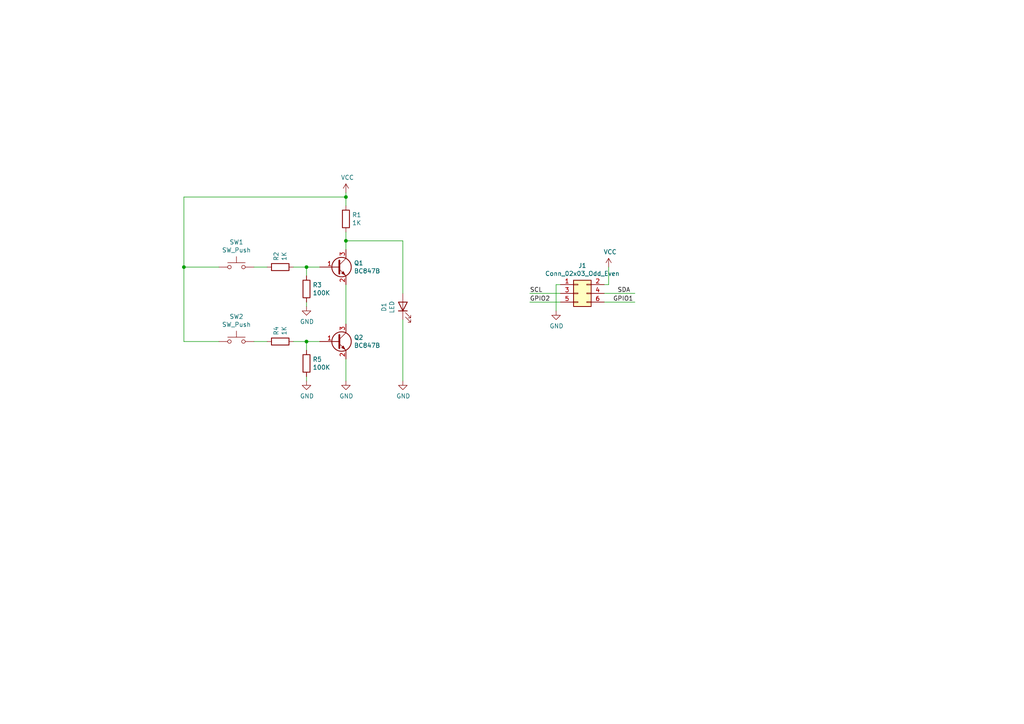
<source format=kicad_sch>
(kicad_sch (version 20230121) (generator eeschema)
  (paper "A4")
  (lib_symbols
    (symbol "Connector_Generic:Conn_02x03_Odd_Even" (pin_names (offset 1.016) hide)
      (property "Reference" "J" (at 1.27 5.08 0))
      (property "Value" "Conn_02x03_Odd_Even" (at 1.27 -5.08 0))
      (symbol "Conn_02x03_Odd_Even_1_1"
        (rectangle (start -1.27 -2.413) (end 0 -2.667) (stroke (width 0.1524)))
        (rectangle (start -1.27 0.127) (end 0 -0.127) (stroke (width 0.1524)))
        (rectangle (start -1.27 2.667) (end 0 2.413) (stroke (width 0.1524)))
        (rectangle (start -1.27 3.81) (end 3.81 -3.81) (stroke (width 0.254)) (fill (type background)))
        (rectangle (start 3.81 -2.413) (end 2.54 -2.667) (stroke (width 0.1524)))
        (rectangle (start 3.81 0.127) (end 2.54 -0.127) (stroke (width 0.1524)))
        (rectangle (start 3.81 2.667) (end 2.54 2.413) (stroke (width 0.1524)))
        (pin passive line (at -5.08 2.54 0) (length 3.81) (name "Pin_1") (number "1"))
        (pin passive line (at 7.62 2.54 180) (length 3.81) (name "Pin_2") (number "2"))
        (pin passive line (at -5.08 0 0) (length 3.81) (name "Pin_3") (number "3"))
        (pin passive line (at 7.62 0 180) (length 3.81) (name "Pin_4") (number "4"))
        (pin passive line (at -5.08 -2.54 0) (length 3.81) (name "Pin_5") (number "5"))
        (pin passive line (at 7.62 -2.54 180) (length 3.81) (name "Pin_6") (number "6"))
      )
    )
    (symbol "Device:LED" (pin_numbers hide) (pin_names (offset 1.016) hide)
      (property "Reference" "D" (at 0 2.54 0))
      (property "Value" "LED" (at 0 -2.54 0))
      (symbol "LED_0_1"
        (polyline (pts (xy -1.27 -1.27) (xy -1.27 1.27)) (stroke (width 0.254)))
        (polyline (pts (xy -1.27 0) (xy 1.27 0)))
        (polyline (pts (xy 1.27 -1.27) (xy 1.27 1.27) (xy -1.27 0) (xy 1.27 -1.27)) (stroke (width 0.254)))
        (polyline (pts (xy -3.048 -0.762) (xy -4.572 -2.286) (xy -3.81 -2.286) (xy -4.572 -2.286) (xy -4.572 -1.524)))
        (polyline (pts (xy -1.778 -0.762) (xy -3.302 -2.286) (xy -2.54 -2.286) (xy -3.302 -2.286) (xy -3.302 -1.524)))
      )
      (symbol "LED_1_1"
        (pin passive line (at -3.81 0 0) (length 2.54) (name "K") (number "1"))
        (pin passive line (at 3.81 0 180) (length 2.54) (name "A") (number "2"))
      )
    )
    (symbol "Device:R" (pin_numbers hide) (pin_names (offset 0))
      (property "Reference" "R" (at 2.032 0 90))
      (property "Value" "R" (at 0 0 90))
      (symbol "R_0_1"
        (rectangle (start -1.016 -2.54) (end 1.016 2.54) (stroke (width 0.254)))
      )
      (symbol "R_1_1"
        (pin passive line (at 0 3.81 270) (length 1.27) (name "~") (number "1"))
        (pin passive line (at 0 -3.81 90) (length 1.27) (name "~") (number "2"))
      )
    )
    (symbol "Switch:SW_Push" (pin_numbers hide) (pin_names (offset 1.016) hide)
      (property "Reference" "SW" (at 1.27 2.54 0))
      (property "Value" "SW_Push" (at 0 -1.524 0))
      (symbol "SW_Push_0_1"
        (circle (center -2.032 0) (radius 0.508))
        (polyline (pts (xy 0 1.27) (xy 0 3.048)))
        (polyline (pts (xy 2.54 1.27) (xy -2.54 1.27)))
        (circle (center 2.032 0) (radius 0.508))
        (pin passive line (at -5.08 0 0) (length 2.54) (name "1") (number "1"))
        (pin passive line (at 5.08 0 180) (length 2.54) (name "2") (number "2"))
      )
    )
    (symbol "Transistor_BJT:BC847" (pin_names (offset 0) hide)
      (property "Reference" "Q" (at 5.08 1.905 0))
      (property "Value" "BC847" (at 5.08 0 0))
      (symbol "BC847_0_1"
        (polyline (pts (xy 0.635 0.635) (xy 2.54 2.54)))
        (polyline (pts (xy 0.635 -0.635) (xy 2.54 -2.54) (xy 2.54 -2.54)))
        (polyline (pts (xy 0.635 1.905) (xy 0.635 -1.905) (xy 0.635 -1.905)) (stroke (width 0.508)))
        (polyline (pts (xy 1.27 -1.778) (xy 1.778 -1.27) (xy 2.286 -2.286) (xy 1.27 -1.778) (xy 1.27 -1.778)) (fill (type outline)))
        (circle (center 1.27 0) (radius 2.8194) (stroke (width 0.254)))
      )
      (symbol "BC847_1_1"
        (pin input line (at -5.08 0 0) (length 5.715) (name "B") (number "1"))
        (pin passive line (at 2.54 -5.08 90) (length 2.54) (name "E") (number "2"))
        (pin passive line (at 2.54 5.08 270) (length 2.54) (name "C") (number "3"))
      )
    )
    (symbol "power:GND" (power) (pin_names (offset 0))
      (property "Value" "GND" (at 0 -3.81 0))
      (symbol "GND_0_1"
        (polyline (pts (xy 0 0) (xy 0 -1.27) (xy 1.27 -1.27) (xy 0 -2.54) (xy -1.27 -1.27) (xy 0 -1.27)))
      )
      (symbol "GND_1_1"
        (pin power_in line (at 0 0 270) (length 0) hide (name "GND") (number "1"))
      )
    )
    (symbol "power:VCC" (power) (pin_names (offset 0))
      (property "Value" "VCC" (at 0 3.81 0))
      (symbol "VCC_0_1"
        (polyline (pts (xy -0.762 1.27) (xy 0 2.54)))
        (polyline (pts (xy 0 0) (xy 0 2.54)))
        (polyline (pts (xy 0 2.54) (xy 0.762 1.27)))
      )
      (symbol "VCC_1_1"
        (pin power_in line (at 0 0 90) (length 0) hide (name "VCC") (number "1"))
      )
    )
  )
  (junction (at 100.33 69.85))
  (junction (at 53.34 77.47))
  (junction (at 100.33 57.15))
  (junction (at 88.9 99.06))
  (junction (at 88.9 77.47))
  (wire (pts (xy 92.71 77.47) (xy 88.9 77.47)))
  (wire (pts (xy 88.9 88.9) (xy 88.9 87.63)))
  (wire (pts (xy 116.84 92.71) (xy 116.84 110.49)))
  (wire (pts (xy 53.34 57.15) (xy 53.34 77.47)))
  (wire (pts (xy 100.33 82.55) (xy 100.33 93.98)))
  (wire (pts (xy 100.33 57.15) (xy 100.33 59.69)))
  (wire (pts (xy 176.53 82.55) (xy 176.53 77.47)))
  (wire (pts (xy 175.26 85.09) (xy 184.15 85.09)))
  (wire (pts (xy 53.34 99.06) (xy 53.34 77.47)))
  (wire (pts (xy 88.9 99.06) (xy 85.09 99.06)))
  (wire (pts (xy 88.9 77.47) (xy 85.09 77.47)))
  (wire (pts (xy 162.56 85.09) (xy 153.67 85.09)))
  (wire (pts (xy 162.56 87.63) (xy 153.67 87.63)))
  (wire (pts (xy 116.84 69.85) (xy 116.84 85.09)))
  (wire (pts (xy 175.26 82.55) (xy 176.53 82.55)))
  (wire (pts (xy 53.34 77.47) (xy 63.5 77.47)))
  (wire (pts (xy 161.29 90.17) (xy 161.29 82.55)))
  (wire (pts (xy 88.9 80.01) (xy 88.9 77.47)))
  (wire (pts (xy 100.33 69.85) (xy 100.33 72.39)))
  (wire (pts (xy 92.71 99.06) (xy 88.9 99.06)))
  (wire (pts (xy 100.33 55.88) (xy 100.33 57.15)))
  (wire (pts (xy 53.34 57.15) (xy 100.33 57.15)))
  (wire (pts (xy 53.34 99.06) (xy 63.5 99.06)))
  (wire (pts (xy 175.26 87.63) (xy 184.15 87.63)))
  (wire (pts (xy 100.33 104.14) (xy 100.33 110.49)))
  (wire (pts (xy 73.66 77.47) (xy 77.47 77.47)))
  (wire (pts (xy 73.66 99.06) (xy 77.47 99.06)))
  (wire (pts (xy 161.29 82.55) (xy 162.56 82.55)))
  (wire (pts (xy 100.33 69.85) (xy 116.84 69.85)))
  (wire (pts (xy 100.33 67.31) (xy 100.33 69.85)))
  (wire (pts (xy 88.9 101.6) (xy 88.9 99.06)))
  (wire (pts (xy 88.9 110.49) (xy 88.9 109.22)))
  (label "GPIO2" (at 153.67 87.63 0))
  (label "SDA" (at 179.07 85.09 0))
  (label "SCL" (at 153.67 85.09 0))
  (label "GPIO1" (at 177.8 87.63 0))
  (symbol (lib_id "Transistor_BJT:BC847") (at 97.79 77.47 0) (unit 1)
    (property "Reference" "Q1" (at 102.6414 76.3016 0) (effects (justify left)))
    (property "Value" "BC847B" (at 102.6414 78.613 0) (effects (justify left)))
    (property "Footprint" "Package_TO_SOT_SMD:SOT-23" (effects hide))
    (property "Datasheet" "http://www.infineon.com/dgdl/Infineon-BC847SERIES_BC848SERIES_BC849SERIES_BC850SERIES-DS-v01_01-en.pdf?fileId=db3a304314dca389011541d4630a1657" (effects hide))
  )
  (symbol (lib_id "Transistor_BJT:BC847") (at 97.79 99.06 0) (unit 1)
    (property "Reference" "Q2" (at 102.6414 97.8916 0) (effects (justify left)))
    (property "Value" "BC847B" (at 102.6414 100.203 0) (effects (justify left)))
    (property "Footprint" "Package_TO_SOT_SMD:SOT-23" (effects hide))
    (property "Datasheet" "http://www.infineon.com/dgdl/Infineon-BC847SERIES_BC848SERIES_BC849SERIES_BC850SERIES-DS-v01_01-en.pdf?fileId=db3a304314dca389011541d4630a1657" (effects hide))
  )
  (symbol (lib_id "Device:R") (at 100.33 63.5 0) (unit 1)
    (property "Reference" "R1" (at 102.108 62.3316 0) (effects (justify left)))
    (property "Value" "1K" (at 102.108 64.643 0) (effects (justify left)))
    (property "Footprint" "Resistor_SMD:R_0603_1608Metric" (effects hide))
  )
  (symbol (lib_id "Device:R") (at 81.28 77.47 90) (unit 1)
    (property "Reference" "R2" (at 80.1116 75.692 0) (effects (justify left)))
    (property "Value" "1K" (at 82.423 75.692 0) (effects (justify left)))
    (property "Footprint" "Resistor_SMD:R_0603_1608Metric" (effects hide))
  )
  (symbol (lib_id "Device:R") (at 81.28 99.06 90) (unit 1)
    (property "Reference" "R4" (at 80.1116 97.282 0) (effects (justify left)))
    (property "Value" "1K" (at 82.423 97.282 0) (effects (justify left)))
    (property "Footprint" "Resistor_SMD:R_0603_1608Metric" (effects hide))
  )
  (symbol (lib_id "Device:LED") (at 116.84 88.9 90) (unit 1)
    (property "Reference" "D1" (at 111.3536 89.0778 0))
    (property "Value" "LED" (at 113.665 89.0778 0))
    (property "Footprint" "LED_THT:LED_D3.0mm" (effects hide))
  )
  (symbol (lib_id "power:GND") (at 88.9 88.9 0) (unit 1)
    (property "Reference" "#PWR0101" (effects hide))
    (property "Value" "GND" (at 89.027 93.2942 0))
  )
  (symbol (lib_id "power:GND") (at 116.84 110.49 0) (unit 1)
    (property "Reference" "#PWR0102" (effects hide))
    (property "Value" "GND" (at 116.967 114.8842 0))
  )
  (symbol (lib_id "power:VCC") (at 100.33 55.88 0) (unit 1)
    (property "Reference" "#PWR0103" (effects hide))
    (property "Value" "VCC" (at 100.7618 51.4858 0))
  )
  (symbol (lib_id "power:VCC") (at 176.53 77.47 0) (unit 1)
    (property "Reference" "#PWR0104" (effects hide))
    (property "Value" "VCC" (at 176.9618 73.0758 0))
  )
  (symbol (lib_id "power:GND") (at 161.29 90.17 0) (unit 1)
    (property "Reference" "#PWR0105" (effects hide))
    (property "Value" "GND" (at 161.417 94.5642 0))
  )
  (symbol (lib_id "Connector_Generic:Conn_02x03_Odd_Even") (at 167.64 85.09 0) (unit 1)
    (property "Reference" "J1" (at 168.91 77.0382 0))
    (property "Value" "Conn_02x03_Odd_Even" (at 168.91 79.3496 0))
    (property "Footprint" "Connector_PinHeader_2.54mm:PinHeader_2x03_P2.54mm_Vertical" (effects hide))
  )
  (symbol (lib_id "Device:R") (at 88.9 83.82 0) (unit 1)
    (property "Reference" "R3" (at 90.678 82.6516 0) (effects (justify left)))
    (property "Value" "100K" (at 90.678 84.963 0) (effects (justify left)))
    (property "Footprint" "Resistor_SMD:R_0603_1608Metric" (effects hide))
  )
  (symbol (lib_id "Device:R") (at 88.9 105.41 0) (unit 1)
    (property "Reference" "R5" (at 90.678 104.2416 0) (effects (justify left)))
    (property "Value" "100K" (at 90.678 106.553 0) (effects (justify left)))
    (property "Footprint" "Resistor_SMD:R_0603_1608Metric" (effects hide))
  )
  (symbol (lib_id "power:GND") (at 88.9 110.49 0) (unit 1)
    (property "Reference" "#PWR0106" (effects hide))
    (property "Value" "GND" (at 89.027 114.8842 0))
  )
  (symbol (lib_id "Switch:SW_Push") (at 68.58 77.47 0) (unit 1)
    (property "Reference" "SW1" (at 68.58 70.231 0))
    (property "Value" "SW_Push" (at 68.58 72.5424 0))
    (property "Footprint" "Button_Switch_SMD:SW_SPST_B3S-1000" (effects hide))
  )
  (symbol (lib_id "Switch:SW_Push") (at 68.58 99.06 0) (unit 1)
    (property "Reference" "SW2" (at 68.58 91.821 0))
    (property "Value" "SW_Push" (at 68.58 94.1324 0))
    (property "Footprint" "Button_Switch_SMD:SW_SPST_B3S-1000" (effects hide))
  )
  (symbol (lib_id "power:GND") (at 100.33 110.49 0) (unit 1)
    (property "Reference" "#PWR0107" (effects hide))
    (property "Value" "GND" (at 100.457 114.8842 0))
  )
)
</source>
